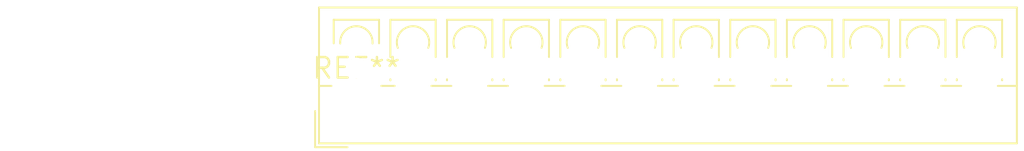
<source format=kicad_pcb>
(kicad_pcb (version 20240108) (generator pcbnew)
  (layers (0 "F.Cu" signal) (31 "B.Cu" signal) (34 "B.Paste" user) (35 "F.Paste" user) (36 "B.SilkS" user "B.Silkscreen") (37 "F.SilkS" user "F.Silkscreen") (38 "B.Mask" user) (39 "F.Mask" user) (44 "Edge.Cuts" user))
  (net 0 "")
  (footprint "TerminalBlock_4Ucon_1x12_P3.50mm_Vertical" (layer "F.Cu") (at 0 0)
    (property "Reference" "REF**")
    (property "Value" "TerminalBlock_4Ucon_1x12_P3.50mm_Vertical")
    (fp_line (start -2.55 2.66) (end -2.55 4.9) (layer "F.SilkS") (stroke (width 0.12)))
    (fp_line (start -2.55 4.9) (end -0.55 4.9) (layer "F.SilkS") (stroke (width 0.12)))
    (fp_line (start -2.31 -3.76) (end -2.31 4.66) (layer "F.SilkS") (stroke (width 0.12)))
    (fp_line (start -2.31 -3.76) (end 40.81 -3.76) (layer "F.SilkS") (stroke (width 0.12)))
    (fp_line (start -2.31 1.101) (end -1.54 1.101) (layer "F.SilkS") (stroke (width 0.12)))
    (fp_line (start -2.31 4.66) (end 40.81 4.66) (layer "F.SilkS") (stroke (width 0.12)))
    (fp_line (start -1.4 -3) (end -1.4 -1.54) (layer "F.SilkS") (stroke (width 0.12)))
    (fp_line (start -1.4 -3) (end 1.4 -3) (layer "F.SilkS") (stroke (width 0.12)))
    (fp_line (start 1.4 -3) (end 1.4 -1.54) (layer "F.SilkS") (stroke (width 0.12)))
    (fp_line (start 1.54 1.101) (end 2.367 1.101) (layer "F.SilkS") (stroke (width 0.12)))
    (fp_line (start 2.1 -3) (end 2.1 -0.689) (layer "F.SilkS") (stroke (width 0.12)))
    (fp_line (start 2.1 -3) (end 4.9 -3) (layer "F.SilkS") (stroke (width 0.12)))
    (fp_line (start 2.1 0.689) (end 2.1 0.75) (layer "F.SilkS") (stroke (width 0.12)))
    (fp_line (start 2.1 0.75) (end 2.101 0.75) (layer "F.SilkS") (stroke (width 0.12)))
    (fp_line (start 4.634 1.101) (end 5.867 1.101) (layer "F.SilkS") (stroke (width 0.12)))
    (fp_line (start 4.9 -3) (end 4.9 -0.689) (layer "F.SilkS") (stroke (width 0.12)))
    (fp_line (start 4.9 0.689) (end 4.9 0.75) (layer "F.SilkS") (stroke (width 0.12)))
    (fp_line (start 4.9 0.75) (end 4.9 0.75) (layer "F.SilkS") (stroke (width 0.12)))
    (fp_line (start 5.6 -3) (end 5.6 -0.689) (layer "F.SilkS") (stroke (width 0.12)))
    (fp_line (start 5.6 -3) (end 8.4 -3) (layer "F.SilkS") (stroke (width 0.12)))
    (fp_line (start 5.6 0.689) (end 5.6 0.75) (layer "F.SilkS") (stroke (width 0.12)))
    (fp_line (start 5.6 0.75) (end 5.601 0.75) (layer "F.SilkS") (stroke (width 0.12)))
    (fp_line (start 8.134 1.101) (end 9.367 1.101) (layer "F.SilkS") (stroke (width 0.12)))
    (fp_line (start 8.4 -3) (end 8.4 -0.689) (layer "F.SilkS") (stroke (width 0.12)))
    (fp_line (start 8.4 0.689) (end 8.4 0.75) (layer "F.SilkS") (stroke (width 0.12)))
    (fp_line (start 8.4 0.75) (end 8.4 0.75) (layer "F.SilkS") (stroke (width 0.12)))
    (fp_line (start 9.1 -3) (end 9.1 -0.689) (layer "F.SilkS") (stroke (width 0.12)))
    (fp_line (start 9.1 -3) (end 11.9 -3) (layer "F.SilkS") (stroke (width 0.12)))
    (fp_line (start 9.1 0.689) (end 9.1 0.75) (layer "F.SilkS") (stroke (width 0.12)))
    (fp_line (start 9.1 0.75) (end 9.101 0.75) (layer "F.SilkS") (stroke (width 0.12)))
    (fp_line (start 11.634 1.101) (end 12.867 1.101) (layer "F.SilkS") (stroke (width 0.12)))
    (fp_line (start 11.9 -3) (end 11.9 -0.689) (layer "F.SilkS") (stroke (width 0.12)))
    (fp_line (start 11.9 0.689) (end 11.9 0.75) (layer "F.SilkS") (stroke (width 0.12)))
    (fp_line (start 11.9 0.75) (end 11.9 0.75) (layer "F.SilkS") (stroke (width 0.12)))
    (fp_line (start 12.6 -3) (end 12.6 -0.689) (layer "F.SilkS") (stroke (width 0.12)))
    (fp_line (start 12.6 -3) (end 15.4 -3) (layer "F.SilkS") (stroke (width 0.12)))
    (fp_line (start 12.6 0.689) (end 12.6 0.75) (layer "F.SilkS") (stroke (width 0.12)))
    (fp_line (start 12.6 0.75) (end 12.601 0.75) (layer "F.SilkS") (stroke (width 0.12)))
    (fp_line (start 15.134 1.101) (end 16.367 1.101) (layer "F.SilkS") (stroke (width 0.12)))
    (fp_line (start 15.4 -3) (end 15.4 -0.689) (layer "F.SilkS") (stroke (width 0.12)))
    (fp_line (start 15.4 0.689) (end 15.4 0.75) (layer "F.SilkS") (stroke (width 0.12)))
    (fp_line (start 15.4 0.75) (end 15.4 0.75) (layer "F.SilkS") (stroke (width 0.12)))
    (fp_line (start 16.101 -3) (end 16.101 -0.689) (layer "F.SilkS") (stroke (width 0.12)))
    (fp_line (start 16.101 -3) (end 18.9 -3) (layer "F.SilkS") (stroke (width 0.12)))
    (fp_line (start 16.101 0.689) (end 16.101 0.75) (layer "F.SilkS") (stroke (width 0.12)))
    (fp_line (start 16.101 0.75) (end 16.101 0.75) (layer "F.SilkS") (stroke (width 0.12)))
    (fp_line (start 18.634 1.101) (end 19.867 1.101) (layer "F.SilkS") (stroke (width 0.12)))
    (fp_line (start 18.9 -3) (end 18.9 -0.689) (layer "F.SilkS") (stroke (width 0.12)))
    (fp_line (start 18.9 0.689) (end 18.9 0.75) (layer "F.SilkS") (stroke (width 0.12)))
    (fp_line (start 18.9 0.75) (end 18.9 0.75) (layer "F.SilkS") (stroke (width 0.12)))
    (fp_line (start 19.6 -3) (end 19.6 -0.689) (layer "F.SilkS") (stroke (width 0.12)))
    (fp_line (start 19.6 -3) (end 22.4 -3) (layer "F.SilkS") (stroke (width 0.12)))
    (fp_line (start 19.6 0.689) (end 19.6 0.75) (layer "F.SilkS") (stroke (width 0.12)))
    (fp_line (start 19.6 0.75) (end 19.601 0.75) (layer "F.SilkS") (stroke (width 0.12)))
    (fp_line (start 22.134 1.101) (end 23.367 1.101) (layer "F.SilkS") (stroke (width 0.12)))
    (fp_line (start 22.4 -3) (end 22.4 -0.689) (layer "F.SilkS") (stroke (width 0.12)))
    (fp_line (start 22.4 0.689) (end 22.4 0.75) (layer "F.SilkS") (stroke (width 0.12)))
    (fp_line (start 22.4 0.75) (end 22.4 0.75) (layer "F.SilkS") (stroke (width 0.12)))
    (fp_line (start 23.1 -3) (end 23.1 -0.689) (layer "F.SilkS") (stroke (width 0.12)))
    (fp_line (start 23.1 -3) (end 25.9 -3) (layer "F.SilkS") (stroke (width 0.12)))
    (fp_line (start 23.1 0.689) (end 23.1 0.75) (layer "F.SilkS") (stroke (width 0.12)))
    (fp_line (start 23.1 0.75) (end 23.101 0.75) (layer "F.SilkS") (stroke (width 0.12)))
    (fp_line (start 25.634 1.101) (end 26.867 1.101) (layer "F.SilkS") (stroke (width 0.12)))
    (fp_line (start 25.9 -3) (end 25.9 -0.689) (layer "F.SilkS") (stroke (width 0.12)))
    (fp_line (start 25.9 0.689) (end 25.9 0.75) (layer "F.SilkS") (stroke (width 0.12)))
    (fp_line (start 25.9 0.75) (end 25.9 0.75) (layer "F.SilkS") (stroke (width 0.12)))
    (fp_line (start 26.6 -3) (end 26.6 -0.689) (layer "F.SilkS") (stroke (width 0.12)))
    (fp_line (start 26.6 -3) (end 29.4 -3) (layer "F.SilkS") (stroke (width 0.12)))
    (fp_line (start 26.6 0.689) (end 26.6 0.75) (layer "F.SilkS") (stroke (width 0.12)))
    (fp_line (start 26.6 0.75) (end 26.601 0.75) (layer "F.SilkS") (stroke (width 0.12)))
    (fp_line (start 29.134 1.101) (end 30.367 1.101) (layer "F.SilkS") (stroke (width 0.12)))
    (fp_line (start 29.4 -3) (end 29.4 -0.689) (layer "F.SilkS") (stroke (width 0.12)))
    (fp_line (start 29.4 0.689) (end 29.4 0.75) (layer "F.SilkS") (stroke (width 0.12)))
    (fp_line (start 29.4 0.75) (end 29.4 0.75) (layer "F.SilkS") (stroke (width 0.12)))
    (fp_line (start 30.1 -3) (end 30.1 -0.689) (layer "F.SilkS") (stroke (width 0.12)))
    (fp_line (start 30.1 -3) (end 32.9 -3) (layer "F.SilkS") (stroke (width 0.12)))
    (fp_line (start 30.1 0.689) (end 30.1 0.75) (layer "F.SilkS") (stroke (width 0.12)))
    (fp_line (start 30.1 0.75) (end 30.101 0.75) (layer "F.SilkS") (stroke (width 0.12)))
    (fp_line (start 32.634 1.101) (end 33.867 1.101) (layer "F.SilkS") (stroke (width 0.12)))
    (fp_line (start 32.9 -3) (end 32.9 -0.689) (layer "F.SilkS") (stroke (width 0.12)))
    (fp_line (start 32.9 0.689) (end 32.9 0.75) (layer "F.SilkS") (stroke (width 0.12)))
    (fp_line (start 32.9 0.75) (end 32.9 0.75) (layer "F.SilkS") (stroke (width 0.12)))
    (fp_line (start 33.6 -3) (end 33.6 -0.689) (layer "F.SilkS") (stroke (width 0.12)))
    (fp_line (start 33.6 -3) (end 36.4 -3) (layer "F.SilkS") (stroke (width 0.12)))
    (fp_line (start 33.6 0.689) (end 33.6 0.75) (layer "F.SilkS") (stroke (width 0.12)))
    (fp_line (start 33.6 0.75) (end 33.601 0.75) (layer "F.SilkS") (stroke (width 0.12)))
    (fp_line (start 36.134 1.101) (end 37.367 1.101) (layer "F.SilkS") (stroke (width 0.12)))
    (fp_line (start 36.4 -3) (end 36.4 -0.689) (layer "F.SilkS") (stroke (width 0.12)))
    (fp_line (start 36.4 0.689) (end 36.4 0.75) (layer "F.SilkS") (stroke (width 0.12)))
    (fp_line (start 36.4 0.75) (end 36.4 0.75) (layer "F.SilkS") (stroke (width 0.12)))
    (fp_line (start 37.1 -3) (end 37.1 -0.689) (layer "F.SilkS") (stroke (width 0.12)))
    (fp_line (start 37.1 -3) (end 39.9 -3) (layer "F.SilkS") (stroke (width 0.12)))
    (fp_line (start 37.1 0.689) (end 37.1 0.75) (layer "F.SilkS") (stroke (width 0.12)))
    (fp_line (start 37.1 0.75) (end 37.101 0.75) (layer "F.SilkS") (stroke (width 0.12)))
    (fp_line (start 39.634 1.101) (end 40.81 1.101) (layer "F.SilkS") (stroke (width 0.12)))
    (fp_line (start 39.9 -3) (end 39.9 -0.689) (layer "F.SilkS") (stroke (width 0.12)))
    (fp_line (start 39.9 0.689) (end 39.9 0.75) (layer "F.SilkS") (stroke (width 0.12)))
    (fp_line (start 39.9 0.75) (end 39.9 0.75) (layer "F.SilkS") (stroke (width 0.12)))
    (fp_line (start 40.81 -3.76) (end 40.81 4.66) (layer "F.SilkS") (stroke (width 0.12)))
    (fp_arc (start -0.99789 -1.529434) (mid -0.000785 -2.600382) (end 0.998 -1.531) (layer "F.SilkS") (stroke (width 0.12)))
    (fp_arc (start 2.560085 -1.257767) (mid 3.499876 -2.600282) (end 4.44 -1.258) (layer "F.SilkS") (stroke (width 0.12)))
    (fp_arc (start 6.060085 -1.257767) (mid 6.999876 -2.600282) (end 7.94 -1.258) (layer "F.SilkS") (stroke (width 0.12)))
    (fp_arc (start 9.560085 -1.257767) (mid 10.499876 -2.600282) (end 11.44 -1.258) (layer "F.SilkS") (stroke (width 0.12)))
    (fp_arc (start 13.060085 -1.257767) (mid 13.999876 -2.600282) (end 14.94 -1.258) (layer "F.SilkS") (stroke (width 0.12)))
    (fp_arc (start 16.560085 -1.257767) (mid 17.499876 -2.600282) (end 18.44 -1.258) (layer "F.SilkS") (stroke (width 0.12)))
    (fp_arc (start 20.060085 -1.257767) (mid 20.999876 -2.600282) (end 21.94 -1.258) (layer "F.SilkS") (stroke (width 0.12)))
    (fp_arc (start 23.560085 -1.257767) (mid 24.499876 -2.600282) (end 25.44 -1.258) (layer "F.SilkS") (stroke (width 0.12)))
    (fp_arc (start 27.060085 -1.257767) (mid 27.999876 -2.600282) (end 28.94 -1.258) (layer "F.SilkS") (stroke (width 0.12)))
    (fp_arc (start 30.560085 -1.257767) (mid 31.499876 -2.600282) (end 32.44 -1.258) (layer "F.SilkS") (stroke (width 0.12)))
    (fp_arc (start 34.060085 -1.257767) (mid 34.999876 -2.600282) (end 35.94 -1.258) (layer "F.SilkS") (stroke (width 0.12)))
    (fp_arc (start 37.560085 -1.257767) (mid 38.499876 -2.600282) (end 39.44 -1.258) (layer "F.SilkS") (stroke (width 0.12)))
    (pad "1" thru_hole rect (at 0 0) (size 2.6 2.6) (drill 1.3) (layers *.Cu *.Mask) (remove_unused_layers))
    (pad "2" thru_hole circle (at 3.5 0) (size 2.6 2.6) (drill 1.3) (layers *.Cu *.Mask) (remove_unused_layers))
    (pad "3" thru_hole circle (at 7 0) (size 2.6 2.6) (drill 1.3) (layers *.Cu *.Mask) (remove_unused_layers))
    (pad "4" thru_hole circle (at 10.5 0) (size 2.6 2.6) (drill 1.3) (layers *.Cu *.Mask) (remove_unused_layers))
    (pad "5" thru_hole circle (at 14 0) (size 2.6 2.6) (drill 1.3) (layers *.Cu *.Mask) (remove_unused_layers))
    (pad "6" thru_hole circle (at 17.5 0) (size 2.6 2.6) (drill 1.3) (layers *.Cu *.Mask) (remove_unused_layers))
    (pad "7" thru_hole circle (at 21 0) (size 2.6 2.6) (drill 1.3) (layers *.Cu *.Mask) (remove_unused_layers))
    (pad "8" thru_hole circle (at 24.5 0) (size 2.6 2.6) (drill 1.3) (layers *.Cu *.Mask) (remove_unused_layers))
    (pad "9" thru_hole circle (at 28 0) (size 2.6 2.6) (drill 1.3) (layers *.Cu *.Mask) (remove_unused_layers))
    (pad "10" thru_hole circle (at 31.5 0) (size 2.6 2.6) (drill 1.3) (layers *.Cu *.Mask) (remove_unused_layers))
    (pad "11" thru_hole circle (at 35 0) (size 2.6 2.6) (drill 1.3) (layers *.Cu *.Mask) (remove_unused_layers))
    (pad "12" thru_hole circle (at 38.5 0) (size 2.6 2.6) (drill 1.3) (layers *.Cu *.Mask) (remove_unused_layers))
  )
)
</source>
